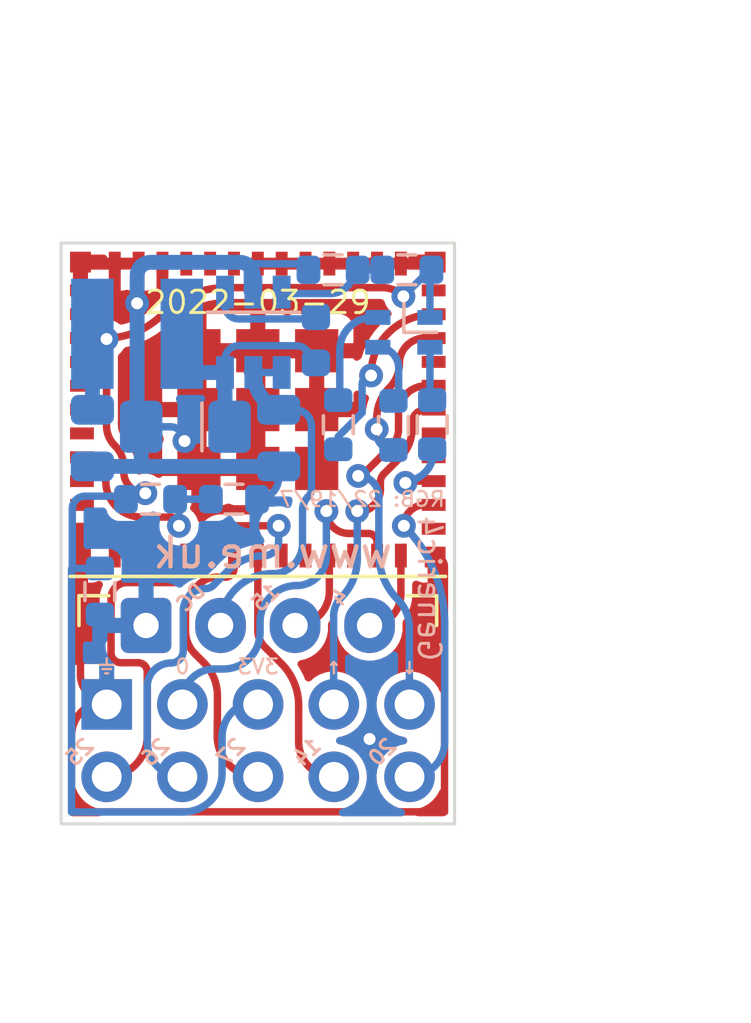
<source format=kicad_pcb>
(kicad_pcb (version 20211014) (generator pcbnew)
  (title_block (title "Generic ESP32-PICO-MINI Module") (date "${DATE}") (rev "1") (company "Adrian Kennard, Andrews & Arnold Ltd"))
  (layers (0 "F.Cu" signal) (31 "B.Cu" signal) (34 "B.Paste" user) (35 "F.Paste" user) (36 "B.SilkS" user "B.Silkscreen") (37 "F.SilkS" user "F.Silkscreen") (38 "B.Mask" user) (39 "F.Mask" user) (44 "Edge.Cuts" user))
  (property "DATE" "2022-03-29")
  (net 0 "")
  (net 1 "GND")
  (net 2 "TX")
  (net 3 "RX")
  (net 4 "Net-(D1-Pad2)")
  (net 8 "DC")
  (net 11 "EN")
  (net 14 "IO4")
  (net 17 "IO3")
  (net 18 "IO2")
  (net 20 "IO1")
  (net 21 "Net-(D1-Pad3)")
  (net 22 "Net-(D1-Pad4)")
  (net 25 "GPIO0")
  (net 26 "IO5")
  (net 27 "IO6")
  (net 28 "IO7")
  (net 30 "R")
  (net 31 "G")
  (net 32 "B")
  (net 36 "+3V3")
  (net 37 "Net-(R5-Pad2)")
  (footprint "RevK:ESP32-PICO-MINI-02" (layer "F.Cu") (at 100 44.19325)
    (fp_text reference "U1" hide)
    (fp_text value "ESP32-PICO-MINI-02")
    (fp_text user "${DATE}" (at 0 -3.6 unlocked) (layer "F.SilkS") (effects (font (size 0.75 0.75) (thickness 0.1))))
    (fp_line (start -6.3 5.6) (end 6.3 5.6) (layer "F.SilkS") (width 0.12))
    (pad "1" smd rect (at -5.9 -4) (size 0.8 0.4) (layers "F.Cu" "F.Paste" "F.Mask") (net 1 "GND"))
    (pad "2" smd rect (at -5.9 -3.2) (size 0.8 0.4) (layers "F.Cu" "F.Paste" "F.Mask") (net 1 "GND"))
    (pad "3" smd rect (at -5.9 -2.4) (size 0.8 0.4) (layers "F.Cu" "F.Paste" "F.Mask") (net 36 "+3V3"))
    (pad "4" smd rect (at -5.9 -1.6) (size 0.8 0.4) (layers "F.Cu" "F.Paste" "F.Mask"))
    (pad "5" smd rect (at -5.9 -0.8) (size 0.8 0.4) (layers "F.Cu" "F.Paste" "F.Mask"))
    (pad "6" smd rect (at -5.9 0) (size 0.8 0.4) (layers "F.Cu" "F.Paste" "F.Mask"))
    (pad "7" smd rect (at -5.9 0.8) (size 0.8 0.4) (layers "F.Cu" "F.Paste" "F.Mask"))
    (pad "8" smd rect (at -5.9 1.6) (size 0.8 0.4) (layers "F.Cu" "F.Paste" "F.Mask") (net 11 "EN"))
    (pad "9" smd rect (at -5.9 2.4) (size 0.8 0.4) (layers "F.Cu" "F.Paste" "F.Mask"))
    (pad "10" smd rect (at -5.9 3.2) (size 0.8 0.4) (layers "F.Cu" "F.Paste" "F.Mask"))
    (pad "11" smd rect (at -5.9 4) (size 0.8 0.4) (layers "F.Cu" "F.Paste" "F.Mask") (net 1 "GND"))
    (pad "12" smd rect (at -4.8 4.9) (size 0.4 0.8) (layers "F.Cu" "F.Paste" "F.Mask"))
    (pad "13" smd rect (at -4 4.9) (size 0.4 0.8) (layers "F.Cu" "F.Paste" "F.Mask"))
    (pad "14" smd rect (at -3.2 4.9) (size 0.4 0.8) (layers "F.Cu" "F.Paste" "F.Mask") (net 1 "GND"))
    (pad "15" smd rect (at -2.4 4.9) (size 0.4 0.8) (layers "F.Cu" "F.Paste" "F.Mask") (net 20 "IO1"))
    (pad "16" smd rect (at -1.6 4.9) (size 0.4 0.8) (layers "F.Cu" "F.Paste" "F.Mask") (net 18 "IO2"))
    (pad "17" smd rect (at -0.8 4.9) (size 0.4 0.8) (layers "F.Cu" "F.Paste" "F.Mask") (net 17 "IO3"))
    (pad "18" smd rect (at 0 4.9) (size 0.4 0.8) (layers "F.Cu" "F.Paste" "F.Mask") (net 14 "IO4"))
    (pad "19" smd rect (at 0.8 4.9) (size 0.4 0.8) (layers "F.Cu" "F.Paste" "F.Mask"))
    (pad "20" smd rect (at 1.6 4.9) (size 0.4 0.8) (layers "F.Cu" "F.Paste" "F.Mask"))
    (pad "21" smd rect (at 2.4 4.9) (size 0.4 0.8) (layers "F.Cu" "F.Paste" "F.Mask") (net 27 "IO6"))
    (pad "22" smd rect (at 3.2 4.9) (size 0.4 0.8) (layers "F.Cu" "F.Paste" "F.Mask"))
    (pad "23" smd rect (at 4 4.9) (size 0.4 0.8) (layers "F.Cu" "F.Paste" "F.Mask") (net 25 "GPIO0"))
    (pad "24" smd rect (at 4.8 4.9) (size 0.4 0.8) (layers "F.Cu" "F.Paste" "F.Mask") (net 28 "IO7"))
    (pad "25" smd rect (at 5.9 4) (size 0.8 0.4) (layers "F.Cu" "F.Paste" "F.Mask"))
    (pad "26" smd rect (at 5.9 3.2) (size 0.8 0.4) (layers "F.Cu" "F.Paste" "F.Mask") (net 26 "IO5"))
    (pad "27" smd rect (at 5.9 2.4) (size 0.8 0.4) (layers "F.Cu" "F.Paste" "F.Mask") (net 32 "B"))
    (pad "28" smd rect (at 5.9 1.6) (size 0.8 0.4) (layers "F.Cu" "F.Paste" "F.Mask"))
    (pad "29" smd rect (at 5.9 0.8) (size 0.8 0.4) (layers "F.Cu" "F.Paste" "F.Mask"))
    (pad "30" smd rect (at 5.9 0) (size 0.8 0.4) (layers "F.Cu" "F.Paste" "F.Mask") (net 3 "RX"))
    (pad "31" smd rect (at 5.9 -0.8) (size 0.8 0.4) (layers "F.Cu" "F.Paste" "F.Mask") (net 2 "TX"))
    (pad "32" smd rect (at 5.9 -1.6) (size 0.8 0.4) (layers "F.Cu" "F.Paste" "F.Mask"))
    (pad "33" smd rect (at 5.9 -2.4) (size 0.8 0.4) (layers "F.Cu" "F.Paste" "F.Mask") (net 31 "G"))
    (pad "34" smd rect (at 5.9 -3.2) (size 0.8 0.4) (layers "F.Cu" "F.Paste" "F.Mask") (net 30 "R"))
    (pad "35" smd rect (at 5.9 -4) (size 0.8 0.4) (layers "F.Cu" "F.Paste" "F.Mask"))
    (pad "36" smd rect (at 4.8 -4.9) (size 0.4 0.8) (layers "F.Cu" "F.Paste" "F.Mask") (net 1 "GND"))
    (pad "37" smd rect (at 4 -4.9) (size 0.4 0.8) (layers "F.Cu" "F.Paste" "F.Mask") (net 1 "GND"))
    (pad "38" smd rect (at 3.2 -4.9) (size 0.4 0.8) (layers "F.Cu" "F.Paste" "F.Mask") (net 1 "GND"))
    (pad "39" smd rect (at 2.4 -4.9) (size 0.4 0.8) (layers "F.Cu" "F.Paste" "F.Mask") (net 1 "GND"))
    (pad "40" smd rect (at 1.6 -4.9) (size 0.4 0.8) (layers "F.Cu" "F.Paste" "F.Mask") (net 1 "GND"))
    (pad "41" smd rect (at 0.8 -4.9) (size 0.4 0.8) (layers "F.Cu" "F.Paste" "F.Mask") (net 1 "GND"))
    (pad "42" smd rect (at 0 -4.9) (size 0.4 0.8) (layers "F.Cu" "F.Paste" "F.Mask") (net 1 "GND"))
    (pad "43" smd rect (at -0.8 -4.9) (size 0.4 0.8) (layers "F.Cu" "F.Paste" "F.Mask") (net 1 "GND"))
    (pad "44" smd rect (at -1.6 -4.9) (size 0.4 0.8) (layers "F.Cu" "F.Paste" "F.Mask") (net 1 "GND"))
    (pad "45" smd rect (at -2.4 -4.9) (size 0.4 0.8) (layers "F.Cu" "F.Paste" "F.Mask") (net 1 "GND"))
    (pad "46" smd rect (at -3.2 -4.9) (size 0.4 0.8) (layers "F.Cu" "F.Paste" "F.Mask") (net 1 "GND"))
    (pad "47" smd rect (at -4 -4.9) (size 0.4 0.8) (layers "F.Cu" "F.Paste" "F.Mask") (net 1 "GND"))
    (pad "48" smd rect (at -4.8 -4.9) (size 0.4 0.8) (layers "F.Cu" "F.Paste" "F.Mask") (net 1 "GND"))
    (pad "49" smd rect (at 1.975 0) (size 1.45 1.45) (layers "F.Cu" "F.Paste" "F.Mask") (net 1 "GND"))
    (pad "49" smd rect (at -1.975 0) (size 1.45 1.45) (layers "F.Cu" "F.Paste" "F.Mask") (net 1 "GND"))
    (pad "49" smd rect (at 0 0) (size 1.45 1.45) (layers "F.Cu" "F.Paste" "F.Mask") (net 1 "GND"))
    (pad "49" smd rect (at 1.975 -1.975) (size 1.45 1.45) (layers "F.Cu" "F.Paste" "F.Mask") (net 1 "GND"))
    (pad "49" smd rect (at 1.975 1.975) (size 1.45 1.45) (layers "F.Cu" "F.Paste" "F.Mask") (net 1 "GND"))
    (pad "49" smd roundrect (at -1.975 -1.975) (size 1.45 1.45) (layers "F.Cu" "F.Paste" "F.Mask") (roundrect_rratio 0) (chamfer_ratio 0.41) (chamfer top_left) (net 1 "GND"))
    (pad "49" smd rect (at 0 -1.975) (size 1.45 1.45) (layers "F.Cu" "F.Paste" "F.Mask") (net 1 "GND"))
    (pad "49" smd rect (at -1.975 1.975) (size 1.45 1.45) (layers "F.Cu" "F.Paste" "F.Mask") (net 1 "GND"))
    (pad "49" smd rect (at 0 1.975) (size 1.45 1.45) (layers "F.Cu" "F.Paste" "F.Mask") (net 1 "GND"))
    (pad "50" smd rect (at 5.95 -4.95) (size 0.7 0.7) (layers "F.Cu" "F.Paste" "F.Mask") (net 1 "GND"))
    (pad "51" smd rect (at 5.95 4.95) (size 0.7 0.7) (layers "F.Cu" "F.Paste" "F.Mask") (net 1 "GND"))
    (pad "52" smd rect (at -5.95 4.95) (size 0.7 0.7) (layers "F.Cu" "F.Paste" "F.Mask") (net 1 "GND"))
    (pad "53" smd rect (at -5.95 -4.95) (size 0.7 0.7) (layers "F.Cu" "F.Paste" "F.Mask") (net 1 "GND"))
    (zone (net 0) (net_name "") (layer "F.Cu") (connect_pads (clearance 0)) (min_thickness 0.01)
      (keepout (tracks not_allowed) (vias not_allowed) (pads not_allowed) (copperpour not_allowed) (footprints allowed))
      (fill (thermal_gap 0.508) (thermal_bridge_width 0.508))
      (polygon (pts (xy 93.4 33.19325) (xy 106.6 33.19325) (xy 106.6 38.59325) (xy 93.4 38.59325)))
    )
    (zone (net 0) (net_name "") (layer "B.Cu") (connect_pads (clearance 0)) (min_thickness 0.01)
      (keepout (tracks not_allowed) (vias not_allowed) (pads not_allowed) (copperpour not_allowed) (footprints allowed))
      (fill (thermal_gap 0.508) (thermal_bridge_width 0.508))
      (polygon (pts (xy 93.4 33.19325) (xy 106.6 33.19325) (xy 106.6 38.59325) (xy 93.4 38.59325)))
    )
  )
  (footprint "RevK:Molex_MiniSPOX_H4RA" (layer "F.Cu") (at 100 51.44)
    (fp_text reference "J2" hide)
    (fp_text value "SPOX")
    (fp_line (start 6 -1) (end 5 -1) (layer "F.SilkS") (width 0.12))
    (fp_line (start 6 0) (end 6 -1) (layer "F.SilkS") (width 0.12))
    (fp_line (start -6 0) (end -6 -1) (layer "F.SilkS") (width 0.12))
    (fp_line (start -6 -1) (end -5 -1) (layer "F.SilkS") (width 0.12))
    (pad "1" thru_hole roundrect (at -3.75 0) (size 1.7 1.85) (drill 0.85) (layers *.Cu *.Mask) (roundrect_rratio 0.1470588235) (net 1 "GND"))
    (pad "2" thru_hole oval (at -1.25 0) (size 1.7 1.85) (drill 0.85) (layers *.Cu *.Mask) (net 8 "DC"))
    (pad "3" thru_hole oval (at 1.25 0) (size 1.7 1.85) (drill 0.85) (layers *.Cu *.Mask) (net 27 "IO6"))
    (pad "4" thru_hole oval (at 3.75 0) (size 1.7 1.85) (drill 0.85) (layers *.Cu *.Mask) (net 28 "IO7"))
  )
  (footprint "Connector_PinSocket_2.54mm:PinSocket_1x05_P2.54mm_Vertical" (layer "F.Cu") (at 94.93 56.52 90)
    (fp_text reference "J3" hide)
    (fp_text value "Conn_01x05")
    (pad "1" thru_hole circle (at 0 0 90) (size 1.7 1.7) (drill 1) (layers *.Cu *.Mask) (net 20 "IO1"))
    (pad "2" thru_hole oval (at 0 2.54 90) (size 1.7 1.7) (drill 1) (layers *.Cu *.Mask) (net 18 "IO2"))
    (pad "3" thru_hole oval (at 0 5.08 90) (size 1.7 1.7) (drill 1) (layers *.Cu *.Mask) (net 17 "IO3"))
    (pad "4" thru_hole oval (at 0 7.62 90) (size 1.7 1.7) (drill 1) (layers *.Cu *.Mask) (net 14 "IO4"))
    (pad "5" thru_hole oval (at 0 10.16 90) (size 1.7 1.7) (drill 1) (layers *.Cu *.Mask) (net 26 "IO5"))
  )
  (footprint "RevK:Hidden" (layer "B.Cu") (at 94.45 45.15 -90)
    (fp_text reference "C4" hide)
    (fp_text value "10uF")
  )
  (footprint "RevK:R_0603" (layer "B.Cu") (at 104.55 44.725 -90)
    (fp_text reference "R2" hide)
    (fp_text value "2K")
    (fp_line (start -0.3 -0.5) (end 0.3 -0.5) (layer "B.SilkS") (width 0.12))
    (fp_line (start -0.3 0.5) (end 0.3 0.5) (layer "B.SilkS") (width 0.12))
    (pad "1" smd roundrect (at -0.825 0 270) (size 0.8 0.95) (layers "B.Cu" "B.Paste" "B.Mask") (net 21 "Net-(D1-Pad3)"))
    (pad "2" smd roundrect (at 0.825 0 270) (size 0.8 0.95) (layers "B.Cu" "B.Paste" "B.Mask") (net 31 "G"))
  )
  (footprint "RevK:C_0603" (layer "B.Cu") (at 99.2 47.2 180)
    (fp_text reference "C1" hide)
    (fp_text value "10nF")
    (fp_line (start -0.3 0.5) (end 0.3 0.5) (layer "B.SilkS") (width 0.12))
    (fp_line (start -0.3 -0.5) (end 0.3 -0.5) (layer "B.SilkS") (width 0.12))
    (pad "1" smd roundrect (at -0.775 0 180) (size 0.8 0.95) (layers "B.Cu" "B.Paste" "B.Mask") (net 1 "GND"))
    (pad "2" smd roundrect (at 0.775 0 180) (size 0.8 0.95) (layers "B.Cu" "B.Paste" "B.Mask") (net 11 "EN"))
  )
  (footprint "RevK:Hidden" (layer "B.Cu") (at 97.57 44.77)
    (fp_text reference "D2" hide)
    (fp_text value "Schottky")
  )
  (footprint "RevK:Hidden" (layer "B.Cu") (at 101.95 41.85 -90)
    (fp_text reference "C2" hide)
    (fp_text value "0.1uF")
  )
  (footprint "RevK:R_0603" (layer "B.Cu") (at 102.525 39.5)
    (fp_text reference "R6" hide)
    (fp_text value "30k 1% or NF")
    (fp_line (start -0.3 0.5) (end 0.3 0.5) (layer "B.SilkS") (width 0.12))
    (fp_line (start -0.3 -0.5) (end 0.3 -0.5) (layer "B.SilkS") (width 0.12))
    (pad "1" smd roundrect (at -0.825 0) (size 0.8 0.95) (layers "B.Cu" "B.Paste" "B.Mask") (net 1 "GND"))
    (pad "2" smd roundrect (at 0.825 0) (size 0.8 0.95) (layers "B.Cu" "B.Paste" "B.Mask") (net 37 "Net-(R5-Pad2)"))
  )
  (footprint "RevK:Shelly" (layer "B.Cu") (at 100.01 54.09 180)
    (fp_text reference "J1" hide)
    (fp_text value "Shelly" hide)
    (fp_text user "↓" (at -5.08 1.27 unlocked) (layer "B.SilkS") (effects (font (size 0.5 0.5) (thickness 0.08)) (justify mirror)))
    (fp_text user "0" (at 2.54 1.27 unlocked) (layer "B.SilkS") (effects (font (size 0.5 0.5) (thickness 0.08)) (justify mirror)))
    (fp_text user "3V3" (at 0 1.27 unlocked) (layer "B.SilkS") (effects (font (size 0.5 0.5) (thickness 0.08)) (justify mirror)))
    (fp_text user "↑" (at -2.54 1.27 unlocked) (layer "B.SilkS") (effects (font (size 0.5 0.5) (thickness 0.08)) (justify mirror)))
    (fp_text user "⏚" (at 5.08 1.27 unlocked) (layer "B.SilkS") (effects (font (size 0.5 0.5) (thickness 0.08)) (justify mirror)))
    (pad "1" thru_hole rect (at 5.08 0 270) (size 1.7 1.7) (drill 1) (layers *.Cu *.Mask) (net 1 "GND"))
    (pad "2" thru_hole oval (at 2.54 0 270) (size 1.7 1.7) (drill 1) (layers *.Cu *.Mask) (net 25 "GPIO0"))
    (pad "3" thru_hole oval (at 0 0 270) (size 1.7 1.7) (drill 1) (layers *.Cu *.Mask) (net 36 "+3V3"))
    (pad "4" thru_hole oval (at -2.54 0 270) (size 1.7 1.7) (drill 1) (layers *.Cu *.Mask) (net 3 "RX"))
    (pad "5" thru_hole oval (at -5.08 0 270) (size 1.7 1.7) (drill 1) (layers *.Cu *.Mask) (net 2 "TX"))
  )
  (footprint "RevK:R_0603" (layer "B.Cu") (at 102.7 44.7 -90)
    (fp_text reference "R1" hide)
    (fp_text value "680R")
    (fp_line (start -0.3 -0.5) (end 0.3 -0.5) (layer "B.SilkS") (width 0.12))
    (fp_line (start -0.3 0.5) (end 0.3 0.5) (layer "B.SilkS") (width 0.12))
    (pad "1" smd roundrect (at -0.825 0 270) (size 0.8 0.95) (layers "B.Cu" "B.Paste" "B.Mask") (net 4 "Net-(D1-Pad2)"))
    (pad "2" smd roundrect (at 0.825 0 270) (size 0.8 0.95) (layers "B.Cu" "B.Paste" "B.Mask") (net 30 "R"))
  )
  (footprint "RevK:R_0603" (layer "B.Cu") (at 105.85 44.7 -90)
    (fp_text reference "R3" hide)
    (fp_text value "220R")
    (fp_line (start -0.3 -0.5) (end 0.3 -0.5) (layer "B.SilkS") (width 0.12))
    (fp_line (start -0.3 0.5) (end 0.3 0.5) (layer "B.SilkS") (width 0.12))
    (pad "1" smd roundrect (at -0.825 0 270) (size 0.8 0.95) (layers "B.Cu" "B.Paste" "B.Mask") (net 22 "Net-(D1-Pad4)"))
    (pad "2" smd roundrect (at 0.825 0 270) (size 0.8 0.95) (layers "B.Cu" "B.Paste" "B.Mask") (net 32 "B"))
  )
  (footprint "RevK:R_0603" (layer "B.Cu") (at 96.4 47.2)
    (fp_text reference "R4" hide)
    (fp_text value "10K")
    (fp_line (start -0.3 -0.5) (end 0.3 -0.5) (layer "B.SilkS") (width 0.12))
    (fp_line (start -0.3 0.5) (end 0.3 0.5) (layer "B.SilkS") (width 0.12))
    (pad "1" smd roundrect (at -0.825 0) (size 0.8 0.95) (layers "B.Cu" "B.Paste" "B.Mask") (net 36 "+3V3"))
    (pad "2" smd roundrect (at 0.825 0) (size 0.8 0.95) (layers "B.Cu" "B.Paste" "B.Mask") (net 11 "EN"))
  )
  (footprint "RevK:Hidden" (layer "B.Cu") (at 100.7 45.15 -90)
    (fp_text reference "C3" hide)
    (fp_text value "2.2uF")
  )
  (footprint "RevK:LED-RGB-1.6x1.6" (layer "B.Cu") (at 104.9 41.6)
    (fp_text reference "D1" hide)
    (fp_text value "RGB")
    (fp_line (start 0 0) (end 0 -1) (layer "B.SilkS") (width 0.12))
    (fp_line (start 1.1 0) (end 0 0) (layer "B.SilkS") (width 0.12))
    (pad "1" smd rect (at 0.875 -0.5) (size 0.85 0.5) (layers "B.Cu" "B.Paste" "B.Mask") (net 36 "+3V3"))
    (pad "2" smd rect (at -0.875 -0.5) (size 0.85 0.5) (layers "B.Cu" "B.Paste" "B.Mask") (net 4 "Net-(D1-Pad2)"))
    (pad "3" smd rect (at -0.875 0.5) (size 0.85 0.5) (layers "B.Cu" "B.Paste" "B.Mask") (net 21 "Net-(D1-Pad3)"))
    (pad "4" smd rect (at 0.875 0.5) (size 0.85 0.5) (layers "B.Cu" "B.Paste" "B.Mask") (net 22 "Net-(D1-Pad4)"))
  )
  (footprint "RevK:C_0603" (layer "B.Cu") (at 94.7 50.3 -90)
    (fp_text reference "C5" hide)
    (fp_text value "100nF")
    (fp_line (start -0.3 0.5) (end 0.3 0.5) (layer "B.SilkS") (width 0.12))
    (fp_line (start -0.3 -0.5) (end 0.3 -0.5) (layer "B.SilkS") (width 0.12))
    (pad "1" smd roundrect (at -0.775 0 270) (size 0.8 0.95) (layers "B.Cu" "B.Paste" "B.Mask") (net 36 "+3V3"))
    (pad "2" smd roundrect (at 0.775 0 270) (size 0.8 0.95) (layers "B.Cu" "B.Paste" "B.Mask") (net 1 "GND"))
  )
  (footprint "RevK:RegulatorBlockFB" (layer "B.Cu") (at 99.85 41.6 180)
    (fp_text reference "U2" hide)
    (fp_text value "LMR16006+FB")
    (fp_line (start -1.55 0.675) (end 1.55 0.675) (layer "B.SilkS") (width 0.12))
    (fp_line (start 1.725 -2.375) (end 1.725 -3.975) (layer "B.SilkS") (width 0.12))
    (pad "" smd rect (at 0.95 -2.3 90) (size 2 0.5) (layers "B.Cu") (clearance 0.2))
    (pad "" smd rect (at 0.95 1.35 90) (size 1.1 0.6) (layers "B.Cu" "B.Paste" "B.Mask") (clearance 0.2))
    (pad "" smd rect (at 2.4 -0.05 90) (size 3.7 1.425) (layers "B.Cu" "B.Mask") (clearance 0.2))
    (pad "" smd custom (at -0.475 -0.45 180) (size 1.95 0.25) (layers "B.Cu") (clearance 0.2) (options (clearance outline) (anchor rect)) (primitives (gr_arc (start 1.425 -0.45) (mid 1.293198 -0.131802) (end 0.975 0) (width 0.25)) (gr_arc (start -0.975 0) (mid -1.293198 -0.131802) (end -1.425 -0.45) (width 0.25))))
    (pad "" smd roundrect (at 0.7975 -3.17 180) (size 1.425 1.75) (layers "B.Cu" "B.Paste" "B.Mask") (roundrect_rratio 0.175) (clearance 0.2))
    (pad "" smd rect (at 1.9 -1.35 180) (size 2 0.5) (layers "B.Cu") (clearance 0.2))
    (pad "" smd roundrect (at -2.1 -1.025 90) (size 0.9 0.95) (layers "B.Cu" "B.Paste" "B.Mask"))
    (pad "" smd custom (at -0.8 0.45 180) (size 2.6 0.25) (layers "B.Cu") (clearance 0.2) (options (clearance outline) (anchor rect)) (primitives (gr_arc (start 1.3 0) (mid 1.618198 0.131802) (end 1.75 0.45) (width 0.25))))
    (pad "" smd roundrect (at -2.1 0.525 90) (size 0.9 0.95) (layers "B.Cu" "B.Paste" "B.Mask"))
    (pad "" smd rect (at 0.95 -1.35 90) (size 1.1 0.6) (layers "B.Cu" "B.Paste" "B.Mask") (clearance 0.2))
    (pad "1" smd rect (at -0.95 -1.35 90) (size 1.1 0.6) (layers "B.Cu" "B.Paste" "B.Mask") (net 8 "DC") (clearance 0.2))
    (pad "2" smd roundrect (at -0.85 -2.6 270) (size 1 1.45) (layers "B.Cu" "B.Paste" "B.Mask") (net 8 "DC") (clearance 0.2))
    (pad "2" smd rect (at 0 -1.35 90) (size 1.1 0.6) (layers "B.Cu" "B.Paste" "B.Mask") (net 8 "DC") (clearance 0.2))
    (pad "2" smd custom (at -1.06 -2.55 180) (size 0.1 0.1) (layers "B.Cu") (net 8 "DC") (options (clearance outline) (anchor rect)) (primitives (gr_arc (start 0.000002 0) (mid 0.707108 0.292894) (end 1 1) (width 0.5))))
    (pad "3" smd rect (at 0 1.35 90) (size 1.1 0.6) (layers "B.Cu" "B.Paste" "B.Mask") (net 1 "GND") (clearance 0.2))
    (pad "3" smd roundrect (at -0.85 -4.5 270) (size 1 1.45) (layers "B.Cu" "B.Paste" "B.Mask") (net 1 "GND"))
    (pad "3" smd roundrect (at 5.4 -4.5 270) (size 1 1.45) (layers "B.Cu" "B.Paste" "B.Mask") (net 1 "GND"))
    (pad "3" smd custom (at -1.1 -4.5 180) (size 0.1 0.1) (layers "B.Cu") (net 1 "GND") (clearance 0.2) (options (clearance outline) (anchor rect)) (primitives (gr_line (start 6.6 0) (end 0 0) (width 0.4999)) (gr_line (start 4.8625 1.6) (end 4.8625 0) (width 0.4999)) (gr_line (start 5 6.4) (end 5 1.6) (width 0.4999)) (gr_arc (start 5 6.4) (mid 4.868198 6.718198) (end 4.55 6.85) (width 0.4999)) (gr_line (start 1.55 6.85) (end 4.55 6.85) (width 0.4999)) (gr_arc (start 1.55 6.85) (mid 1.231802 6.718198) (end 1.1 6.4) (width 0.4999)) (gr_line (start 1.1 5.9) (end 1.1 6.4) (width 0.4999))))
    (pad "3" smd roundrect (at 3.7625 -3.17 180) (size 1.425 1.75) (layers "B.Cu" "B.Paste" "B.Mask") (roundrect_rratio 0.175) (net 1 "GND") (clearance 0.2))
    (pad "4" smd rect (at 5.4 -0.8 180) (size 0.5 4) (layers "B.Cu") (net 36 "+3V3"))
    (pad "4" smd roundrect (at 5.4 -2.6 270) (size 1 1.45) (layers "B.Cu" "B.Paste" "B.Mask") (net 36 "+3V3") (clearance 0.2))
    (pad "4" smd rect (at 5.4 -0.05 90) (size 3.7 1.425) (layers "B.Cu" "B.Mask") (net 36 "+3V3"))
    (pad "5" smd rect (at -0.95 1.35 90) (size 1.1 0.6) (layers "B.Cu" "B.Paste" "B.Mask") (net 37 "Net-(R5-Pad2)") (clearance 0.2))
  )
  (footprint "RevK:Hidden" (layer "B.Cu") (at 95.95 41.6)
    (fp_text reference "L1" hide)
    (fp_text value "6.8uH")
  )
  (footprint "RevK:R_0603" (layer "B.Cu") (at 105 39.5 180)
    (fp_text reference "R5" hide)
    (fp_text value "100k 1% or 0R")
    (fp_line (start -0.3 0.5) (end 0.3 0.5) (layer "B.SilkS") (width 0.12))
    (fp_line (start -0.3 -0.5) (end 0.3 -0.5) (layer "B.SilkS") (width 0.12))
    (pad "1" smd roundrect (at -0.825 0 180) (size 0.8 0.95) (layers "B.Cu" "B.Paste" "B.Mask") (net 36 "+3V3"))
    (pad "2" smd roundrect (at 0.825 0 180) (size 0.8 0.95) (layers "B.Cu" "B.Paste" "B.Mask") (net 37 "Net-(R5-Pad2)"))
  )
  (gr_line (start 106.6 38.6) (end 106.6 58.1) (layer "Edge.Cuts") (width 0.1))
  (gr_line (start 106.6 58.1) (end 93.4 58.1) (layer "Edge.Cuts") (width 0.1))
  (gr_line (start 93.4 58.1) (end 93.4 38.6) (layer "Edge.Cuts") (width 0.1))
  (gr_line (start 93.4 38.6) (end 106.6 38.6) (layer "Edge.Cuts") (width 0.1))
  (gr_text "27" (at 99.1 55.69 45) (layer "B.SilkS") (effects (font (size 0.5 0.5) (thickness 0.1)) (justify mirror)))
  (gr_text "DC" (at 97.75 50.5 45) (layer "B.SilkS") (effects (font (size 0.5 0.5) (thickness 0.1)) (justify mirror)))
  (gr_text "14" (at 101.64 55.69 45) (layer "B.SilkS") (effects (font (size 0.5 0.5) (thickness 0.1)) (justify mirror)))
  (gr_text "26" (at 96.56 55.69 45) (layer "B.SilkS") (effects (font (size 0.5 0.5) (thickness 0.1)) (justify mirror)))
  (gr_text "Generic4" (at 105.75 50.2 270) (layer "B.SilkS") (effects (font (size 0.75 0.75) (thickness 0.1)) (justify mirror)))
  (gr_text "RGB: 22/19/7" (at 103.5 47.2) (layer "B.SilkS") (effects (font (size 0.5 0.5) (thickness 0.08)) (justify mirror)))
  (gr_text "25" (at 94.02 55.69 45) (layer "B.SilkS") (effects (font (size 0.5 0.5) (thickness 0.1)) (justify mirror)))
  (gr_text "4" (at 102.75 50.5 45) (layer "B.SilkS") (effects (font (size 0.5 0.5) (thickness 0.1)) (justify mirror)))
  (gr_text "20" (at 104.18 55.69 45) (layer "B.SilkS") (effects (font (size 0.5 0.5) (thickness 0.1)) (justify mirror)))
  (gr_text "www.me.uk" (at 100.5 49) (layer "B.SilkS") (effects (font (size 1 1)) (justify mirror)))
  (gr_text "15" (at 100.25 50.5 45) (layer "B.SilkS") (effects (font (size 0.5 0.5) (thickness 0.1)) (justify mirror)))
  (segment (start 93.750489 57.694511) (end 93.750489 55.154511) (width 0.25) (layer "F.Cu") (net 1))
  (segment (start 106.259511 52.389511) (end 106.264511 52.394511) (width 0.25) (layer "F.Cu") (net 1))
  (segment (start 106.259511 49.452761) (end 106.259511 52.389511) (width 0.25) (layer "F.Cu") (net 1))
  (segment (start 96.8 49.09325) (end 96.8 49) (width 0.25) (layer "F.Cu") (net 1))
  (segment (start 106.264511 52.394511) (end 106.264511 57.694511) (width 0.25) (layer "F.Cu") (net 1))
  (segment (start 94.05 53.105) (end 94.05 49.14325) (width 0.25) (layer "F.Cu") (net 1))
  (segment (start 106.264511 57.694511) (end 93.750489 57.694511) (width 0.25) (layer "F.Cu") (net 1))
  (segment (start 96.1 48.3) (end 94.89325 48.3) (width 0.25) (layer "F.Cu") (net 1))
  (via (at 97.5405 45.25) (size 0.8) (drill 0.4) (layers "F.Cu" "B.Cu") (net 1))
  (via (at 103.75 55.25) (size 0.8) (drill 0.4) (layers "F.Cu" "B.Cu") (net 1))
  (via (at 95.95 40.625) (size 0.8) (drill 0.4) (layers "F.Cu" "B.Cu") (net 1))
  (arc (start 94.89325 48.3) (mid 94.296982 48.546982) (end 94.05 49.14325) (width 0.25) (layer "F.Cu") (net 1))
  (arc (start 94.925 53.98) (mid 94.306282 53.723718) (end 94.05 53.105) (width 0.25) (layer "F.Cu") (net 1))
  (arc (start 96.8 49) (mid 96.594975 48.505025) (end 96.1 48.3) (width 0.25) (layer "F.Cu") (net 1))
  (arc (start 93.750489 55.154511) (mid 94.094495 54.324006) (end 94.925 53.98) (width 0.25) (layer "F.Cu") (net 1))
  (arc (start 105.95 49.14325) (mid 106.168857 49.233904) (end 106.259511 49.452761) (width 0.25) (layer "F.Cu") (net 1))
  (segment (start 99.65 39.45) (end 99.65 40.25) (width 0.25) (layer "B.Cu") (net 1))
  (segment (start 101.575 39.5) (end 101.375 39.3) (width 0.25) (layer "B.Cu") (net 1))
  (segment (start 101.375 39.3) (end 99.8 39.3) (width 0.25) (layer "B.Cu") (net 1))
  (segment (start 95.8875 44.77) (end 97.0605 44.77) (width 0.25) (layer "B.Cu") (net 1))
  (segment (start 100.7 46.1) (end 100.7 46.475) (width 0.25) (layer "B.Cu") (net 1))
  (arc (start 100.7 46.475) (mid 100.487652 46.987652) (end 99.975 47.2) (width 0.25) (layer "B.Cu") (net 1))
  (arc (start 97.0605 44.77) (mid 97.399911 44.910589) (end 97.5405 45.25) (width 0.25) (layer "B.Cu") (net 1))
  (arc (start 99.8 39.3) (mid 99.693934 39.343934) (end 99.65 39.45) (width 0.25) (layer "B.Cu") (net 1))
  (segment (start 104.720562 44.320562) (end 104.720562 44.850573) (width 0.25) (layer "F.Cu") (net 2))
  (segment (start 103.479156 46.421273) (end 104.487715 45.412715) (width 0.25) (layer "F.Cu") (net 2))
  (segment (start 103.367943 46.421273) (end 103.479156 46.421273) (width 0.25) (layer "F.Cu") (net 2))
  (segment (start 105.9 43.39325) (end 105.647874 43.39325) (width 0.25) (layer "F.Cu") (net 2))
  (via (at 103.367943 46.421273) (size 0.8) (drill 0.4) (layers "F.Cu" "B.Cu") (net 2))
  (arc (start 105.647874 43.39325) (mid 104.992165 43.664853) (end 104.720562 44.320562) (width 0.25) (layer "F.Cu") (net 2))
  (arc (start 104.720562 44.850573) (mid 104.660047 45.154802) (end 104.487715 45.412715) (width 0.25) (layer "F.Cu") (net 2))
  (segment (start 104.061244 47.114574) (end 104.061244 49.032907) (width 0.25) (layer "B.Cu") (net 2))
  (segment (start 105.085 51.504472) (end 105.085 53.98) (width 0.25) (layer "B.Cu") (net 2))
  (arc (start 104.7 50.575) (mid 104.984942 51.001445) (end 105.085 51.504472) (width 0.25) (layer "B.Cu") (net 2))
  (arc (start 103.367943 46.421273) (mid 103.858181 46.624336) (end 104.061244 47.114574) (width 0.25) (layer "B.Cu") (net 2))
  (arc (start 104.061244 49.032907) (mid 104.227252 49.867481) (end 104.7 50.575) (width 0.25) (layer "B.Cu") (net 2))
  (segment (start 105.268887 44.372338) (end 105.208295 44.477286) (width 0.25) (layer "F.Cu") (net 3))
  (segment (start 105.576579 44.194691) (end 105.459525 44.226056) (width 0.25) (layer "F.Cu") (net 3))
  (segment (start 105.17693 44.59434) (end 105.175489 44.654932) (width 0.25) (layer "F.Cu") (net 3))
  (segment (start 104.766791 45.812173) (end 104.231454 46.34751) (width 0.25) (layer "F.Cu") (net 3))
  (segment (start 105.637171 44.19325) (end 105.576579 44.194691) (width 0.25) (layer "F.Cu") (net 3))
  (segment (start 105.175489 44.654932) (end 105.175489 44.825489) (width 0.25) (layer "F.Cu") (net 3))
  (segment (start 105.459525 44.226056) (end 105.354577 44.286648) (width 0.25) (layer "F.Cu") (net 3))
  (segment (start 105.208295 44.477286) (end 105.17693 44.59434) (width 0.25) (layer "F.Cu") (net 3))
  (segment (start 103.336743 47.6) (end 103.375603 47.6) (width 0.25) (layer "F.Cu") (net 3))
  (segment (start 104.111677 46.636677) (end 104.111677 46.863926) (width 0.25) (layer "F.Cu") (net 3))
  (segment (start 105.9 44.19325) (end 105.637171 44.19325) (width 0.25) (layer "F.Cu") (net 3))
  (segment (start 105.354577 44.286648) (end 105.268887 44.372338) (width 0.25) (layer "F.Cu") (net 3))
  (via (at 103.336743 47.6) (size 0.8) (drill 0.4) (layers "F.Cu" "B.Cu") (net 3))
  (arc (start 105.175489 44.825489) (mid 105.069272 45.359479) (end 104.766791 45.812173) (width 0.25) (layer "F.Cu") (net 3))
  (arc (start 104.111677 46.863926) (mid 103.884704 47.411887) (end 103.336743 47.63886) (width 0.25) (layer "F.Cu") (net 3))
  (arc (start 104.231454 46.34751) (mid 104.142806 46.480181) (end 104.111677 46.636677) (width 0.25) (layer "F.Cu") (net 3))
  (arc (start 103.375603 47.6) (mid 103.896086 47.384409) (end 104.111677 46.863926) (width 0.25) (layer "F.Cu") (net 3))
  (segment (start 102.545 51.115624) (end 102.545 53.98) (width 0.25) (layer "B.Cu") (net 3))
  (segment (start 103.336743 47.63886) (end 103.336743 49.204188) (width 0.25) (layer "B.Cu") (net 3))
  (arc (start 103.336743 49.204188) (mid 103.197248 49.905476) (end 102.8 50.5) (width 0.25) (layer "B.Cu") (net 3))
  (arc (start 102.8 50.5) (mid 102.611272 50.78245) (end 102.545 51.115624) (width 0.25) (layer "B.Cu") (net 3))
  (segment (start 102.74952 43.82548) (end 102.74952 42.20048) (width 0.25) (layer "B.Cu") (net 4))
  (segment (start 103.85 41.1) (end 104.025 41.1) (width 0.25) (layer "B.Cu") (net 4))
  (segment (start 102.7 43.875) (end 102.74952 43.82548) (width 0.25) (layer "B.Cu") (net 4))
  (arc (start 102.74952 42.20048) (mid 103.071843 41.422323) (end 103.85 41.1) (width 0.25) (layer "B.Cu") (net 4))
  (segment (start 100.7 44.2) (end 101.25 44.2) (width 0.25) (layer "B.Cu") (net 8))
  (segment (start 101.8 44.75) (end 101.8 46.858579) (width 0.25) (layer "B.Cu") (net 8))
  (segment (start 101.5 47.582842) (end 101.5 48.69) (width 0.25) (layer "B.Cu") (net 8))
  (segment (start 100.6 42.95) (end 99.65 42.95) (width 0.25) (layer "B.Cu") (net 8))
  (arc (start 101.5 48.69) (mid 101.204178 49.404178) (end 100.49 49.7) (width 0.25) (layer "B.Cu") (net 8))
  (arc (start 101.8 46.858579) (mid 101.77401 46.989235) (end 101.7 47.1) (width 0.25) (layer "B.Cu") (net 8))
  (arc (start 100.49 49.7) (mid 99.259634 50.209634) (end 98.75 51.44) (width 0.25) (layer "B.Cu") (net 8))
  (arc (start 101.25 44.2) (mid 101.638909 44.361091) (end 101.8 44.75) (width 0.25) (layer "B.Cu") (net 8))
  (arc (start 101.7 47.1) (mid 101.551978 47.321529) (end 101.5 47.582842) (width 0.25) (layer "B.Cu") (net 8))
  (segment (start 94.9 46.4) (end 94.9 46.6) (width 0.25) (layer "F.Cu") (net 11))
  (segment (start 96.1 47.8) (end 97.058883 47.8) (width 0.25) (layer "F.Cu") (net 11))
  (segment (start 94.1 45.79325) (end 94.29325 45.79325) (width 0.25) (layer "F.Cu") (net 11))
  (via (at 97.35437 48.095487) (size 0.8) (drill 0.4) (layers "F.Cu" "B.Cu") (net 11))
  (arc (start 94.9 46.6) (mid 95.251472 47.448528) (end 96.1 47.8) (width 0.25) (layer "F.Cu") (net 11))
  (arc (start 94.29325 45.79325) (mid 94.722287 45.970963) (end 94.9 46.4) (width 0.25) (layer "F.Cu") (net 11))
  (arc (start 97.058883 47.8) (mid 97.267824 47.886546) (end 97.35437 48.095487) (width 0.25) (layer "F.Cu") (net 11))
  (segment (start 97.35437 48.095487) (end 97.35437 47.27063) (width 0.25) (layer "B.Cu") (net 11))
  (segment (start 98.425 47.2) (end 97.425 47.2) (width 0.25) (layer "B.Cu") (net 11))
  (arc (start 97.35437 47.27063) (mid 97.375057 47.220687) (end 97.425 47.2) (width 0.25) (layer "B.Cu") (net 11))
  (segment (start 100.786989 52.713011) (end 100.230533 52.156555) (width 0.25) (layer "F.Cu") (net 14))
  (segment (start 100 51.6) (end 100 49.09325) (width 0.25) (layer "F.Cu") (net 14))
  (segment (start 101.370489 54.121704) (end 101.370489 55.345489) (width 0.25) (layer "F.Cu") (net 14))
  (arc (start 101.370489 54.121704) (mid 101.218842 53.359325) (end 100.786989 52.713011) (width 0.25) (layer "F.Cu") (net 14))
  (arc (start 101.370489 55.345489) (mid 101.714495 56.175994) (end 102.545 56.52) (width 0.25) (layer "F.Cu") (net 14))
  (arc (start 100.230533 52.156555) (mid 100.059913 51.901206) (end 100 51.6) (width 0.25) (layer "F.Cu") (net 14))
  (segment (start 98.639511 54.690489) (end 98.639511 55.154511) (width 0.25) (layer "F.Cu") (net 17))
  (segment (start 98.644511 53.794511) (end 98.644511 54.678418) (width 0.25) (layer "F.Cu") (net 17))
  (segment (start 98.917761 49.817761) (end 98.617761 49.817761) (width 0.25) (layer "F.Cu") (net 17))
  (segment (start 98 52.5) (end 98.18489 52.684888) (width 0.25) (layer "F.Cu") (net 17))
  (segment (start 97.57548 50.965324) (end 97.57548 51.62452) (width 0.25) (layer "F.Cu") (net 17))
  (segment (start 99.2 49.09325) (end 99.2 49.535522) (width 0.25) (layer "F.Cu") (net 17))
  (segment (start 98.026853 50.062523) (end 97.894688 50.194688) (width 0.25) (layer "F.Cu") (net 17))
  (segment (start 97.894358 52.394358) (end 98 52.5) (width 0.25) (layer "F.Cu") (net 17))
  (arc (start 97.894688 50.194688) (mid 97.658439 50.548259) (end 97.57548 50.965324) (width 0.25) (layer "F.Cu") (net 17))
  (arc (start 98.639511 55.154511) (mid 99.039453 56.120058) (end 100.005 56.52) (width 0.25) (layer "F.Cu") (net 17))
  (arc (start 98.18489 52.684888) (mid 98.525059 53.193987) (end 98.644511 53.794511) (width 0.25) (layer "F.Cu") (net 17))
  (arc (start 98.644511 54.678418) (mid 98.643211 54.684951) (end 98.639511 54.690489) (width 0.25) (layer "F.Cu") (net 17))
  (arc (start 99.2 49.535522) (mid 99.117334 49.735095) (end 98.917761 49.817761) (width 0.25) (layer "F.Cu") (net 17))
  (arc (start 97.57548 51.62452) (mid 97.658354 52.041154) (end 97.894358 52.394358) (width 0.25) (layer "F.Cu") (net 17))
  (arc (start 98.617761 49.817761) (mid 98.297964 49.881373) (end 98.026853 50.062523) (width 0.25) (layer "F.Cu") (net 17))
  (segment (start 98.749502 48.093748) (end 100.7 48.093748) (width 0.25) (layer "F.Cu") (net 18))
  (segment (start 98.4 49.09325) (end 98.4 48.44325) (width 0.25) (layer "F.Cu") (net 18))
  (via (at 100.7 48.093748) (size 0.8) (drill 0.4) (layers "F.Cu" "B.Cu") (net 18))
  (arc (start 98.4 48.44325) (mid 98.502367 48.196115) (end 98.749502 48.093748) (width 0.25) (layer "F.Cu") (net 18))
  (segment (start 100.7 48.6) (end 100.7 48.093748) (width 0.25) (layer "B.Cu") (net 18))
  (segment (start 97.5 52.28399) (end 97.5 50.953978) (width 0.25) (layer "B.Cu") (net 18))
  (segment (start 98.503253 50.096747) (end 99.005026 49.594975) (width 0.25) (layer "B.Cu") (net 18))
  (segment (start 96.290489 55.345489) (end 96.290489 53.493501) (width 0.25) (layer "B.Cu") (net 18))
  (arc (start 100.2 49.1) (mid 100.553553 48.953553) (end 100.7 48.6) (width 0.25) (layer "B.Cu") (net 18))
  (arc (start 97.465 56.52) (mid 96.634495 56.175994) (end 96.290489 55.345489) (width 0.25) (layer "B.Cu") (net 18))
  (arc (start 97.08399 52.7) (mid 97.378153 52.578153) (end 97.5 52.28399) (width 0.25) (layer "B.Cu") (net 18))
  (arc (start 97.5 50.953978) (mid 97.720835 50.420835) (end 98.253978 50.2) (width 0.25) (layer "B.Cu") (net 18))
  (arc (start 99.005026 49.594975) (mid 99.553285 49.22864) (end 100.2 49.1) (width 0.25) (layer "B.Cu") (net 18))
  (arc (start 96.290489 53.493501) (mid 96.5229 52.932411) (end 97.08399 52.7) (width 0.25) (layer "B.Cu") (net 18))
  (arc (start 98.503253 50.096747) (mid 98.388884 50.173165) (end 98.253978 50.2) (width 0.25) (layer "B.Cu") (net 18))
  (segment (start 97.34325 50) (end 95.602507 50) (width 0.25) (layer "F.Cu") (net 20))
  (segment (start 96.290489 52.996467) (end 96.290489 55.154511) (width 0.25) (layer "F.Cu") (net 20))
  (segment (start 95.412027 52.68952) (end 95.983542 52.68952) (width 0.25) (layer "F.Cu") (net 20))
  (segment (start 95.07548 50.527027) (end 95.07548 52.352973) (width 0.25) (layer "F.Cu") (net 20))
  (segment (start 97.6 49.09325) (end 97.6 49.74325) (width 0.25) (layer "F.Cu") (net 20))
  (arc (start 95.983542 52.68952) (mid 96.200586 52.779423) (end 96.290489 52.996467) (width 0.25) (layer "F.Cu") (net 20))
  (arc (start 95.07548 52.352973) (mid 95.174052 52.590948) (end 95.412027 52.68952) (width 0.25) (layer "F.Cu") (net 20))
  (arc (start 96.290489 55.154511) (mid 95.890547 56.120058) (end 94.925 56.52) (width 0.25) (layer "F.Cu") (net 20))
  (arc (start 97.6 49.74325) (mid 97.5248 49.9248) (end 97.34325 50) (width 0.25) (layer "F.Cu") (net 20))
  (arc (start 95.602507 50) (mid 95.229843 50.154363) (end 95.07548 50.527027) (width 0.25) (layer "F.Cu") (net 20))
  (segment (start 104.725 42.8) (end 104.725 43.65) (width 0.25) (layer "B.Cu") (net 21))
  (arc (start 104.8 43.65) (mid 104.726777 43.826777) (end 104.55 43.9) (width 0.25) (layer "B.Cu") (net 21))
  (arc (start 104.025 42.1) (mid 104.519975 42.305025) (end 104.725 42.8) (width 0.25) (layer "B.Cu") (net 21))
  (segment (start 105.775 42.1) (end 105.775 43.75) (width 0.25) (layer "B.Cu") (net 22))
  (arc (start 105.85 43.75) (mid 105.886612 43.838388) (end 105.975 43.875) (width 0.25) (layer "B.Cu") (net 22))
  (segment (start 104 48.644228) (end 104 49.09325) (width 0.25) (layer "F.Cu") (net 25))
  (segment (start 103.05 48.35) (end 103.705772 48.35) (width 0.25) (layer "F.Cu") (net 25))
  (via (at 102.3 47.6) (size 0.8) (drill 0.4) (layers "F.Cu" "B.Cu") (net 25))
  (arc (start 102.3 47.6) (mid 102.51967 48.13033) (end 103.05 48.35) (width 0.25) (layer "F.Cu") (net 25))
  (arc (start 103.705772 48.35) (mid 103.913823 48.436177) (end 104 48.644228) (width 0.25) (layer "F.Cu") (net 25))
  (segment (start 98.85 52.9) (end 98.545 52.9) (width 0.25) (layer "B.Cu") (net 25))
  (segment (start 102.3 47.6) (end 102.3 49.1) (width 0.25) (layer "B.Cu") (net 25))
  (segment (start 100.07548 51.32452) (end 100.07548 51.67452) (width 0.25) (layer "B.Cu") (net 25))
  (arc (start 100.07548 51.67452) (mid 99.716545 52.541065) (end 98.85 52.9) (width 0.25) (layer "B.Cu") (net 25))
  (arc (start 102.3 49.1) (mid 102.007107 49.807107) (end 101.3 50.1) (width 0.25) (layer "B.Cu") (net 25))
  (arc (start 101.3 50.1) (mid 100.434134 50.458654) (end 100.07548 51.32452) (width 0.25) (layer "B.Cu") (net 25))
  (arc (start 98.545 52.9) (mid 97.781325 53.216325) (end 97.465 53.98) (width 0.25) (layer "B.Cu") (net 25))
  (segment (start 105.9 47.39325) (end 105.600498 47.39325) (width 0.25) (layer "F.Cu") (net 26))
  (via (at 104.9 48.093748) (size 0.8) (drill 0.4) (layers "F.Cu" "B.Cu") (net 26))
  (arc (start 105.600498 47.39325) (mid 105.105171 47.598421) (end 104.9 48.093748) (width 0.25) (layer "F.Cu") (net 26))
  (segment (start 106.27 55.335) (end 106.27 51.40122) (width 0.25) (layer "B.Cu") (net 26))
  (arc (start 105.085 56.52) (mid 105.922922 56.172922) (end 106.27 55.335) (width 0.25) (layer "B.Cu") (net 26))
  (arc (start 106.27 51.40122) (mid 105.913949 49.611229) (end 104.9 48.093748) (width 0.25) (layer "B.Cu") (net 26))
  (segment (start 102.4 49.09325) (end 102.4 50.29) (width 0.25) (layer "F.Cu") (net 27))
  (arc (start 102.4 50.29) (mid 102.063173 51.103173) (end 101.25 51.44) (width 0.25) (layer "F.Cu") (net 27))
  (segment (start 104.8 49.09325) (end 104.8 50.39) (width 0.25) (layer "F.Cu") (net 28))
  (arc (start 104.8 50.39) (mid 104.492462 51.132462) (end 103.75 51.44) (width 0.25) (layer "F.Cu") (net 28))
  (segment (start 103.8 43.05) (end 103.8 43.013172) (width 0.25) (layer "F.Cu") (net 30))
  (segment (start 104.375 41.625) (end 104.375127 41.624873) (width 0.25) (layer "F.Cu") (net 30))
  (via (at 103.8 43.05) (size 0.8) (drill 0.4) (layers "F.Cu" "B.Cu") (net 30))
  (arc (start 104.375127 41.624873) (mid 105.074745 41.157404) (end 105.9 40.99325) (width 0.25) (layer "F.Cu") (net 30))
  (arc (start 103.8 43.013172) (mid 103.949437 42.261899) (end 104.375 41.625) (width 0.25) (layer "F.Cu") (net 30))
  (segment (start 103.49952 44.296271) (end 103.49952 43.35048) (width 0.25) (layer "B.Cu") (net 30))
  (segment (start 103.49952 44.296271) (end 102.7 45.095791) (width 0.25) (layer "B.Cu") (net 30))
  (segment (start 102.7 45.095791) (end 102.7 45.525) (width 0.25) (layer "B.Cu") (net 30))
  (arc (start 103.49952 43.35048) (mid 103.587529 43.138009) (end 103.8 43.05) (width 0.25) (layer "B.Cu") (net 30))
  (segment (start 105.600355 41.79325) (end 105.9 41.79325) (width 0.25) (layer "F.Cu") (net 31))
  (segment (start 103.989877 44.851802) (end 103.989877 44.485099) (width 0.25) (layer "F.Cu") (net 31))
  (via (at 103.989877 44.851802) (size 0.8) (drill 0.4) (layers "F.Cu" "B.Cu") (net 31))
  (arc (start 105.002261 42.040989) (mid 104.815561 42.320405) (end 104.75 42.65) (width 0.25) (layer "F.Cu") (net 31))
  (arc (start 105.002261 42.040989) (mid 105.276668 41.857635) (end 105.600355 41.79325) (width 0.25) (layer "F.Cu") (net 31))
  (arc (start 104.75 42.65) (mid 104.662782 43.088473) (end 104.414407 43.460193) (width 0.25) (layer "F.Cu") (net 31))
  (arc (start 103.989877 44.485099) (mid 104.100209 43.930424) (end 104.414407 43.460193) (width 0.25) (layer "F.Cu") (net 31))
  (segment (start 104.052739 44.914664) (end 103.989877 44.851802) (width 0.25) (layer "B.Cu") (net 31))
  (segment (start 103.989877 44.989877) (end 103.989877 44.851802) (width 0.25) (layer "B.Cu") (net 31))
  (arc (start 104.55 45.55) (mid 104.153933 45.385944) (end 103.989877 44.989877) (width 0.25) (layer "B.Cu") (net 31))
  (segment (start 105.9 46.59325) (end 105.010312 46.59325) (width 0.25) (layer "F.Cu") (net 32))
  (segment (start 105.010312 46.59325) (end 104.950581 46.652981) (width 0.25) (layer "F.Cu") (net 32))
  (via (at 104.950581 46.652981) (size 0.8) (drill 0.4) (layers "F.Cu" "B.Cu") (net 32))
  (segment (start 105.043845 46.559717) (end 104.950581 46.652981) (width 0.25) (layer "B.Cu") (net 32))
  (segment (start 105.975 45.6) (end 105.975 45.525) (width 0.25) (layer "B.Cu") (net 32))
  (segment (start 105.191127 46.559717) (end 105.043845 46.559717) (width 0.25) (layer "B.Cu") (net 32))
  (arc (start 105.9 45.6) (mid 105.703208 46.1957) (end 105.191127 46.559717) (width 0.25) (layer "B.Cu") (net 32))
  (segment (start 96.8 41) (end 96.833794 40.966206) (width 0.25) (layer "F.Cu") (net 36))
  (segment (start 95.5 46.1) (end 95.5 46.2745) (width 0.25) (layer "F.Cu") (net 36))
  (segment (start 94.1 41.79325) (end 94.70675 41.79325) (width 0.25) (layer "F.Cu") (net 36))
  (segment (start 95.2 45.4) (end 95.217157 45.417157) (width 0.25) (layer "F.Cu") (net 36))
  (segment (start 98.925 40.1) (end 104.180724 40.1) (width 0.25) (layer "F.Cu") (net 36))
  (segment (start 94.925 41.825) (end 94.925 44.736092) (width 0.25) (layer "F.Cu") (net 36))
  (segment (start 94.70675 41.79325) (end 94.884926 41.79325) (width 0.25) (layer "F.Cu") (net 36))
  (via (at 96.2255 47) (size 0.8) (drill 0.4) (layers "F.Cu" "B.Cu") (net 36))
  (via (at 104.884187 40.391384) (size 0.8) (drill 0.4) (layers "F.Cu" "B.Cu") (net 36))
  (via (at 94.925 41.825) (size 0.8) (drill 0.4) (layers "F.Cu" "B.Cu") (net 36))
  (arc (start 96.833794 40.966206) (mid 97.793247 40.32512) (end 98.925 40.1) (width 0.25) (layer "F.Cu") (net 36))
  (arc (start 94.884926 41.79325) (mid 95.921357 41.587091) (end 96.8 41) (width 0.25) (layer "F.Cu") (net 36))
  (arc (start 104.180724 40.1) (mid 104.561435 40.175729) (end 104.884187 40.391384) (width 0.25) (layer "F.Cu") (net 36))
  (arc (start 95.217157 45.417157) (mid 95.426491 45.730448) (end 95.5 46.1) (width 0.25) (layer "F.Cu") (net 36))
  (arc (start 95.5 46.2745) (mid 95.712494 46.787506) (end 96.2255 47) (width 0.25) (layer "F.Cu") (net 36))
  (arc (start 94.925 44.736092) (mid 94.99647 45.095396) (end 95.2 45.4) (width 0.25) (layer "F.Cu") (net 36))
  (segment (start 96.2255 47) (end 96.057842 47) (width 0.25) (layer "B.Cu") (net 36))
  (segment (start 105.775 39.55) (end 105.825 39.5) (width 0.25) (layer "B.Cu") (net 36))
  (segment (start 105.775 41.1) (end 105.775 39.55) (width 0.25) (layer "B.Cu") (net 36))
  (segment (start 97.5 57.7) (end 93.750489 57.7) (width 0.25) (layer "B.Cu") (net 36))
  (segment (start 98.8 55.185) (end 98.8 56.4) (width 0.25) (layer "B.Cu") (net 36))
  (segment (start 93.750489 57.7) (end 93.750489 49.549511) (width 0.25) (layer "B.Cu") (net 36))
  (segment (start 94.7 49.525) (end 93.775 49.525) (width 0.25) (layer "B.Cu") (net 36))
  (segment (start 104.884187 40.391384) (end 105.740619 39.534952) (width 0.25) (layer "B.Cu") (net 36))
  (segment (start 94.2 47.1) (end 95.675 47.1) (width 0.25) (layer "B.Cu") (net 36))
  (segment (start 93.775 49.525) (end 93.775 47.525) (width 0.25) (layer "B.Cu") (net 36))
  (arc (start 93.775 47.525) (mid 93.89948 47.22448) (end 94.2 47.1) (width 0.25) (layer "B.Cu") (net 36))
  (arc (start 95.675 47.1) (mid 95.745711 47.129289) (end 95.775 47.2) (width 0.25) (layer "B.Cu") (net 36))
  (arc (start 105.740619 39.534952) (mid 105.779333 39.509084) (end 105.825 39.5) (width 0.25) (layer "B.Cu") (net 36))
  (arc (start 93.750489 49.549511) (mid 93.757668 49.532179) (end 93.775 49.525) (width 0.25) (layer "B.Cu") (net 36))
  (arc (start 98.8 56.4) (mid 98.419239 57.319239) (end 97.5 57.7) (width 0.25) (layer "B.Cu") (net 36))
  (arc (start 100.005 53.98) (mid 99.152936 54.332936) (end 98.8 55.185) (width 0.25) (layer "B.Cu") (net 36))
  (arc (start 96.057842 47) (mid 95.79653 47.051978) (end 95.575 47.2) (width 0.25) (layer "B.Cu") (net 36))
  (segment (start 100.64952 40.29952) (end 102.42548 40.29952) (width 0.25) (layer "B.Cu") (net 37))
  (segment (start 103.225 39.5) (end 104.175 39.5) (width 0.25) (layer "B.Cu") (net 37))
  (arc (start 102.42548 40.29952) (mid 102.990826 40.065346) (end 103.225 39.5) (width 0.25) (layer "B.Cu") (net 37))
  (zone (net 1) (net_name "GND") (layers F&B.Cu) (connect_pads (clearance 0.254)) (min_thickness 0.254) (fill yes (thermal_gap 0.508) (thermal_bridge_width 0.508))
    (polygon (pts (xy 106.6 58.1) (xy 93.4 58.1) (xy 93.4 38.6) (xy 106.6 38.6)))
  )
)
</source>
